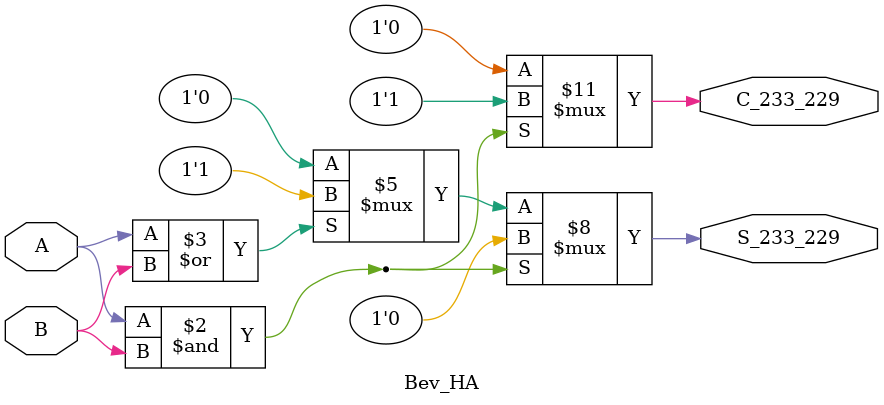
<source format=v>
`timescale 1ns / 1ps


module Bev_HA(
    input A,
    input B,
    output reg C_233_229,
    output reg S_233_229
    );
    
    always @(*)
    begin
    if (A & B)
    begin
    C_233_229 <= 1;
    S_233_229 <= 0; 
   end
   
   else
   begin
   C_233_229 <= 0;
   if (A | B) S_233_229 <= 1;
   else S_233_229 <= 0;
   end
   end
   
endmodule

</source>
